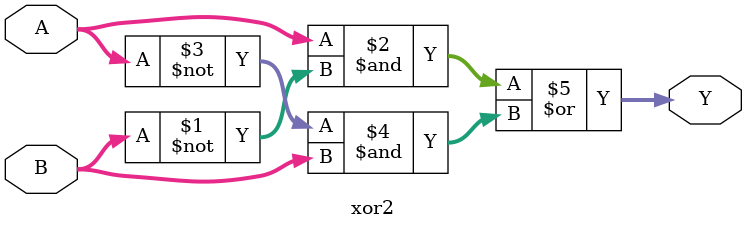
<source format=v>
`timescale 1ns / 1ps

//Xnors inputs A and B
module xor2(
    input [15:0] A,
    input [15:0] B,
    output [15:0] Y
);
assign Y = (A&~B) | (~A&B);


endmodule
</source>
